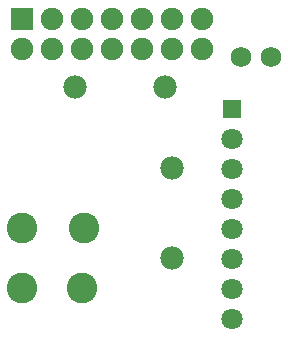
<source format=gts>
G04 Layer: TopSolderMaskLayer*
G04 EasyEDA v6.5.22, 2023-03-24 07:10:57*
G04 6991770a96b14d5289c1552341fa82f2,10*
G04 Gerber Generator version 0.2*
G04 Scale: 100 percent, Rotated: No, Reflected: No *
G04 Dimensions in millimeters *
G04 leading zeros omitted , absolute positions ,4 integer and 5 decimal *
%FSLAX45Y45*%
%MOMM*%

%AMMACRO1*1,1,$1,$2,$3*1,1,$1,$4,$5*1,1,$1,0-$2,0-$3*1,1,$1,0-$4,0-$5*20,1,$1,$2,$3,$4,$5,0*20,1,$1,$4,$5,0-$2,0-$3,0*20,1,$1,0-$2,0-$3,0-$4,0-$5,0*20,1,$1,0-$4,0-$5,$2,$3,0*4,1,4,$2,$3,$4,$5,0-$2,0-$3,0-$4,0-$5,$2,$3,0*%
%ADD10C,1.9812*%
%ADD11MACRO1,0.1016X-0.9X-0.9X0.9X-0.9*%
%ADD12C,1.9016*%
%ADD13MACRO1,0.1016X-0.75X0.75X-0.75X-0.75*%
%ADD14C,1.8016*%
%ADD15C,1.7526*%
%ADD16C,2.6020*%

%LPD*%
D10*
G01*
X1524000Y1536700D03*
G01*
X1524000Y774700D03*
D11*
G01*
X254000Y2794000D03*
D12*
G01*
X254000Y2540000D03*
G01*
X508000Y2794000D03*
G01*
X508000Y2540000D03*
G01*
X762000Y2794000D03*
G01*
X762000Y2540000D03*
G01*
X1016000Y2794000D03*
G01*
X1016000Y2540000D03*
G01*
X1270000Y2794000D03*
G01*
X1270000Y2540000D03*
G01*
X1524000Y2794000D03*
G01*
X1524000Y2540000D03*
G01*
X1778000Y2794000D03*
G01*
X1778000Y2540000D03*
D13*
G01*
X2032000Y2031998D03*
D14*
G01*
X2032000Y1778000D03*
G01*
X2032000Y1524000D03*
G01*
X2032000Y1270000D03*
G01*
X2032000Y1016000D03*
G01*
X2032000Y762000D03*
G01*
X2032000Y508000D03*
G01*
X2032000Y254000D03*
D10*
G01*
X1460500Y2222500D03*
G01*
X698500Y2222500D03*
D15*
G01*
X2362200Y2476500D03*
G01*
X2108200Y2476500D03*
D16*
G01*
X762000Y520700D03*
G01*
X254000Y1028700D03*
G01*
X774700Y1028700D03*
G01*
X254000Y520700D03*
M02*

</source>
